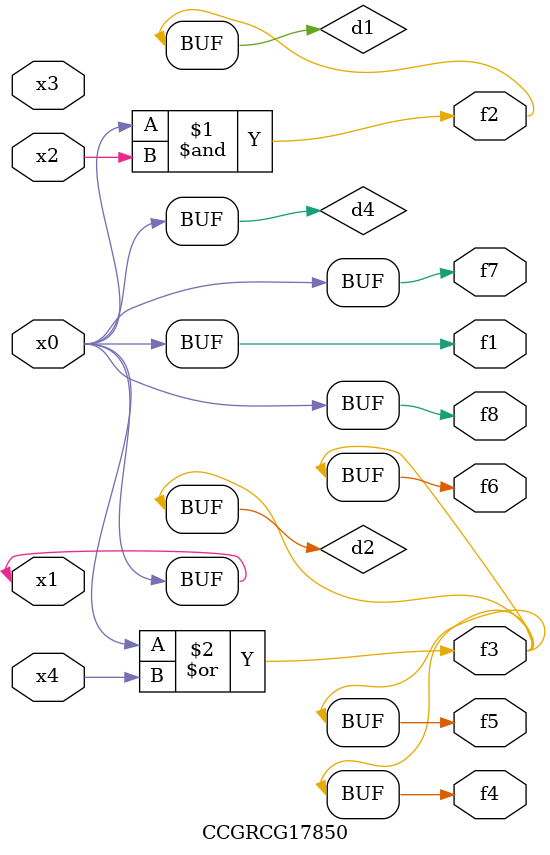
<source format=v>
module CCGRCG17850(
	input x0, x1, x2, x3, x4,
	output f1, f2, f3, f4, f5, f6, f7, f8
);

	wire d1, d2, d3, d4;

	and (d1, x0, x2);
	or (d2, x0, x4);
	nand (d3, x0, x2);
	buf (d4, x0, x1);
	assign f1 = d4;
	assign f2 = d1;
	assign f3 = d2;
	assign f4 = d2;
	assign f5 = d2;
	assign f6 = d2;
	assign f7 = d4;
	assign f8 = d4;
endmodule

</source>
